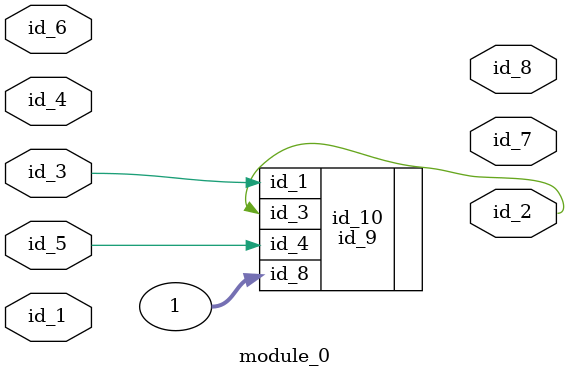
<source format=v>
localparam id_1 = 1;
module module_0 (
    id_1,
    id_2,
    id_3,
    id_4,
    id_5,
    id_6,
    id_7,
    id_8
);
  output id_8;
  output id_7;
  input id_6;
  input id_5;
  input id_4;
  input id_3;
  output id_2;
  input id_1;
  id_9 id_10 (
      .id_3(id_8),
      .id_4(id_5),
      .id_4(id_2),
      .id_4(id_5),
      .id_3(id_2),
      .id_8(id_1),
      .id_1(id_3)
  );
endmodule

</source>
